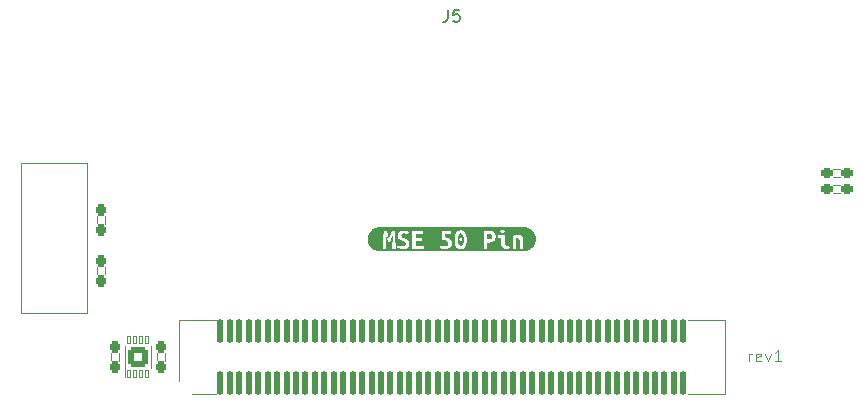
<source format=gto>
G04 #@! TF.GenerationSoftware,KiCad,Pcbnew,8.0.6*
G04 #@! TF.CreationDate,2024-11-07T02:27:15-08:00*
G04 #@! TF.ProjectId,mse-50-ce,6d73652d-3530-42d6-9365-2e6b69636164,1*
G04 #@! TF.SameCoordinates,Original*
G04 #@! TF.FileFunction,Legend,Top*
G04 #@! TF.FilePolarity,Positive*
%FSLAX46Y46*%
G04 Gerber Fmt 4.6, Leading zero omitted, Abs format (unit mm)*
G04 Created by KiCad (PCBNEW 8.0.6) date 2024-11-07 02:27:15*
%MOMM*%
%LPD*%
G01*
G04 APERTURE LIST*
G04 Aperture macros list*
%AMRoundRect*
0 Rectangle with rounded corners*
0 $1 Rounding radius*
0 $2 $3 $4 $5 $6 $7 $8 $9 X,Y pos of 4 corners*
0 Add a 4 corners polygon primitive as box body*
4,1,4,$2,$3,$4,$5,$6,$7,$8,$9,$2,$3,0*
0 Add four circle primitives for the rounded corners*
1,1,$1+$1,$2,$3*
1,1,$1+$1,$4,$5*
1,1,$1+$1,$6,$7*
1,1,$1+$1,$8,$9*
0 Add four rect primitives between the rounded corners*
20,1,$1+$1,$2,$3,$4,$5,0*
20,1,$1+$1,$4,$5,$6,$7,0*
20,1,$1+$1,$6,$7,$8,$9,0*
20,1,$1+$1,$8,$9,$2,$3,0*%
G04 Aperture macros list end*
%ADD10C,0.100000*%
%ADD11C,0.150000*%
%ADD12C,0.120000*%
%ADD13C,0.000000*%
%ADD14C,0.800000*%
%ADD15C,1.200000*%
%ADD16RoundRect,0.125000X0.125000X0.925000X-0.125000X0.925000X-0.125000X-0.925000X0.125000X-0.925000X0*%
%ADD17RoundRect,0.225000X0.225000X-0.275000X0.225000X0.275000X-0.225000X0.275000X-0.225000X-0.275000X0*%
%ADD18RoundRect,0.225000X-0.225000X0.275000X-0.225000X-0.275000X0.225000X-0.275000X0.225000X0.275000X0*%
%ADD19RoundRect,0.225000X-0.275000X-0.225000X0.275000X-0.225000X0.275000X0.225000X-0.275000X0.225000X0*%
%ADD20C,1.700000*%
%ADD21C,4.750000*%
%ADD22C,6.500000*%
%ADD23RoundRect,0.225000X0.275000X0.225000X-0.275000X0.225000X-0.275000X-0.225000X0.275000X-0.225000X0*%
%ADD24RoundRect,0.062500X0.137500X-0.287500X0.137500X0.287500X-0.137500X0.287500X-0.137500X-0.287500X0*%
%ADD25RoundRect,0.265625X0.584375X-0.584375X0.584375X0.584375X-0.584375X0.584375X-0.584375X-0.584375X0*%
%ADD26C,2.300000*%
%ADD27C,2.700000*%
%ADD28C,1.950000*%
G04 APERTURE END LIST*
D10*
X-12357143Y3627581D02*
X-12357143Y4294248D01*
X-12357143Y4103772D02*
X-12309524Y4199010D01*
X-12309524Y4199010D02*
X-12261905Y4246629D01*
X-12261905Y4246629D02*
X-12166667Y4294248D01*
X-12166667Y4294248D02*
X-12071429Y4294248D01*
X-11357143Y3675200D02*
X-11452381Y3627581D01*
X-11452381Y3627581D02*
X-11642857Y3627581D01*
X-11642857Y3627581D02*
X-11738095Y3675200D01*
X-11738095Y3675200D02*
X-11785714Y3770439D01*
X-11785714Y3770439D02*
X-11785714Y4151391D01*
X-11785714Y4151391D02*
X-11738095Y4246629D01*
X-11738095Y4246629D02*
X-11642857Y4294248D01*
X-11642857Y4294248D02*
X-11452381Y4294248D01*
X-11452381Y4294248D02*
X-11357143Y4246629D01*
X-11357143Y4246629D02*
X-11309524Y4151391D01*
X-11309524Y4151391D02*
X-11309524Y4056153D01*
X-11309524Y4056153D02*
X-11785714Y3960915D01*
X-10976190Y4294248D02*
X-10738095Y3627581D01*
X-10738095Y3627581D02*
X-10500000Y4294248D01*
X-9595238Y3627581D02*
X-10166666Y3627581D01*
X-9880952Y3627581D02*
X-9880952Y4627581D01*
X-9880952Y4627581D02*
X-9976190Y4484724D01*
X-9976190Y4484724D02*
X-10071428Y4389486D01*
X-10071428Y4389486D02*
X-10166666Y4341867D01*
D11*
X-37833334Y33395180D02*
X-37833334Y32680895D01*
X-37833334Y32680895D02*
X-37880953Y32538038D01*
X-37880953Y32538038D02*
X-37976191Y32442799D01*
X-37976191Y32442799D02*
X-38119048Y32395180D01*
X-38119048Y32395180D02*
X-38214286Y32395180D01*
X-36880953Y33395180D02*
X-37357143Y33395180D01*
X-37357143Y33395180D02*
X-37404762Y32918990D01*
X-37404762Y32918990D02*
X-37357143Y32966609D01*
X-37357143Y32966609D02*
X-37261905Y33014228D01*
X-37261905Y33014228D02*
X-37023810Y33014228D01*
X-37023810Y33014228D02*
X-36928572Y32966609D01*
X-36928572Y32966609D02*
X-36880953Y32918990D01*
X-36880953Y32918990D02*
X-36833334Y32823752D01*
X-36833334Y32823752D02*
X-36833334Y32585657D01*
X-36833334Y32585657D02*
X-36880953Y32490419D01*
X-36880953Y32490419D02*
X-36928572Y32442799D01*
X-36928572Y32442799D02*
X-37023810Y32395180D01*
X-37023810Y32395180D02*
X-37261905Y32395180D01*
X-37261905Y32395180D02*
X-37357143Y32442799D01*
X-37357143Y32442799D02*
X-37404762Y32490419D01*
D12*
G04 #@! TO.C,J1*
X-60600001Y7100000D02*
X-60600000Y2000000D01*
X-60600001Y7100000D02*
X-57500001Y7100000D01*
X-59500000Y900000D02*
X-57500001Y900000D01*
X-17499999Y7100000D02*
X-14399999Y7100000D01*
X-17499999Y900000D02*
X-14399999Y900000D01*
X-14399999Y7100000D02*
X-14399999Y900000D01*
D10*
G04 #@! TO.C,R3*
X-67549999Y11600000D02*
X-67549999Y11000000D01*
X-66850001Y11000000D02*
X-66850001Y11600000D01*
G04 #@! TO.C,R2*
X-67549999Y15900000D02*
X-67549999Y15300000D01*
X-66850001Y15300000D02*
X-66850001Y15900000D01*
G04 #@! TO.C,C2*
X-5200000Y19949999D02*
X-4600000Y19949999D01*
X-4600000Y19250001D02*
X-5200000Y19250001D01*
G04 #@! TO.C,C1*
X-66399999Y3700000D02*
X-66399999Y4300000D01*
X-65700001Y4300000D02*
X-65700001Y3700000D01*
D13*
G04 #@! TO.C,kibuzzard-672C6777*
G36*
X-34248586Y14431038D02*
G01*
X-34165287Y14390145D01*
X-34111672Y14316539D01*
X-34093800Y14204766D01*
X-34111975Y14086935D01*
X-34166498Y14009693D01*
X-34256765Y13966983D01*
X-34382169Y13952746D01*
X-34503332Y13952746D01*
X-34503332Y14437399D01*
X-34429422Y14443457D01*
X-34355513Y14444669D01*
X-34248586Y14431038D01*
G37*
G36*
X-36640953Y14432855D02*
G01*
X-36561894Y14331987D01*
X-36526218Y14228729D01*
X-36504813Y14098277D01*
X-36497678Y13940630D01*
X-36504813Y13781637D01*
X-36526218Y13650377D01*
X-36561894Y13546850D01*
X-36640953Y13445981D01*
X-36747274Y13413108D01*
X-36749697Y13412359D01*
X-36856926Y13445981D01*
X-36936288Y13546850D01*
X-36972637Y13650377D01*
X-36994447Y13781637D01*
X-37001716Y13940630D01*
X-37000599Y13964863D01*
X-36882977Y13964863D01*
X-36846628Y13852181D01*
X-36747274Y13804927D01*
X-36651555Y13852181D01*
X-36613994Y13964863D01*
X-36651555Y14078756D01*
X-36747274Y14127221D01*
X-36846628Y14078756D01*
X-36882977Y13964863D01*
X-37000599Y13964863D01*
X-36994447Y14098277D01*
X-36972637Y14228729D01*
X-36936288Y14331987D01*
X-36856926Y14432855D01*
X-36749697Y14466478D01*
X-36640953Y14432855D01*
G37*
G36*
X-31337556Y15041407D02*
G01*
X-31235974Y15026339D01*
X-31136358Y15001386D01*
X-31039668Y14966790D01*
X-30946834Y14922883D01*
X-30858751Y14870088D01*
X-30776267Y14808914D01*
X-30700176Y14739949D01*
X-30631212Y14663858D01*
X-30570037Y14581374D01*
X-30517242Y14493291D01*
X-30473335Y14400458D01*
X-30438739Y14303767D01*
X-30413786Y14204151D01*
X-30398718Y14102570D01*
X-30393679Y14000000D01*
X-30398718Y13897430D01*
X-30413786Y13795849D01*
X-30438739Y13696233D01*
X-30473335Y13599542D01*
X-30517242Y13506709D01*
X-30570037Y13418626D01*
X-30631212Y13336142D01*
X-30700176Y13260051D01*
X-30776267Y13191086D01*
X-30858751Y13129912D01*
X-30946834Y13077117D01*
X-31039668Y13033210D01*
X-31136358Y12998614D01*
X-31235974Y12973661D01*
X-31337556Y12958593D01*
X-31440125Y12953554D01*
X-31440327Y12953554D01*
X-32911248Y12953554D01*
X-34503332Y12953554D01*
X-36749697Y12953554D01*
X-38077645Y12953554D01*
X-40837742Y12953554D01*
X-41639842Y12953554D01*
X-42257775Y12953554D01*
X-43357936Y12953554D01*
X-43559875Y12953554D01*
X-43662444Y12958593D01*
X-43764026Y12973661D01*
X-43863642Y12998614D01*
X-43960332Y13033210D01*
X-44053166Y13077117D01*
X-44141249Y13129912D01*
X-44218217Y13186995D01*
X-43357936Y13186995D01*
X-43084107Y13186995D01*
X-43096224Y14352585D01*
X-42919326Y13717690D01*
X-42701232Y13717690D01*
X-42517064Y14352585D01*
X-42531603Y13186995D01*
X-42257775Y13186995D01*
X-42260118Y13269386D01*
X-42105109Y13269386D01*
X-41937904Y13195477D01*
X-41807653Y13165489D01*
X-41639842Y13155493D01*
X-41469810Y13168282D01*
X-41402247Y13186995D01*
X-40837742Y13186995D01*
X-39875707Y13186995D01*
X-39875707Y13233037D01*
X-38482330Y13233037D01*
X-38413267Y13206381D01*
X-38312702Y13180937D01*
X-38196385Y13162763D01*
X-38077645Y13155493D01*
X-37938914Y13164580D01*
X-37818356Y13191842D01*
X-37715973Y13235460D01*
X-37631765Y13293619D01*
X-37520295Y13447496D01*
X-37483946Y13640145D01*
X-37500370Y13780695D01*
X-37549643Y13898627D01*
X-37585832Y13940630D01*
X-37270699Y13940630D01*
X-37262369Y13754645D01*
X-37237379Y13594103D01*
X-37195729Y13459006D01*
X-37137419Y13349354D01*
X-37035104Y13241653D01*
X-36905863Y13177033D01*
X-36749697Y13155493D01*
X-36593531Y13177033D01*
X-36464291Y13241653D01*
X-36361975Y13349354D01*
X-36303665Y13459006D01*
X-36262015Y13594103D01*
X-36237025Y13754645D01*
X-36228695Y13940630D01*
X-36237025Y14125480D01*
X-36262015Y14285036D01*
X-36303665Y14419300D01*
X-36361975Y14528271D01*
X-36464291Y14635299D01*
X-36529318Y14667609D01*
X-34801393Y14667609D01*
X-34801393Y13186995D01*
X-34503332Y13186995D01*
X-34503332Y13693457D01*
X-34396708Y13693457D01*
X-34217522Y13706785D01*
X-34067683Y13746769D01*
X-33947193Y13813409D01*
X-33859013Y13909935D01*
X-33806105Y14039580D01*
X-33788469Y14202342D01*
X-33801892Y14325929D01*
X-33633380Y14325929D01*
X-33633380Y14078756D01*
X-33318356Y14078756D01*
X-33318356Y13659532D01*
X-33313510Y13547456D01*
X-33298970Y13448708D01*
X-33232330Y13292407D01*
X-33106321Y13194265D01*
X-33018174Y13168821D01*
X-32911248Y13160339D01*
X-32762217Y13176090D01*
X-32588954Y13235460D01*
X-32627726Y13475363D01*
X-32758582Y13430533D01*
X-32857936Y13419628D01*
X-32982734Y13469305D01*
X-33020295Y13620759D01*
X-33020295Y14289580D01*
X-32356321Y14289580D01*
X-32356321Y13186995D01*
X-32058259Y13186995D01*
X-32058259Y14081179D01*
X-31989196Y14088449D01*
X-31922557Y14090872D01*
X-31774737Y14020598D01*
X-31747476Y13927908D01*
X-31738389Y13790388D01*
X-31738389Y13186995D01*
X-31440327Y13186995D01*
X-31440327Y13829160D01*
X-31445779Y13940327D01*
X-31462137Y14041195D01*
X-31536046Y14205977D01*
X-31677807Y14312601D01*
X-31778978Y14340771D01*
X-31903170Y14350162D01*
X-32036147Y14345315D01*
X-32158825Y14330775D01*
X-32266963Y14310784D01*
X-32356321Y14289580D01*
X-33020295Y14289580D01*
X-33020295Y14325929D01*
X-33221426Y14325929D01*
X-33633380Y14325929D01*
X-33801892Y14325929D01*
X-33805971Y14363489D01*
X-33858475Y14491519D01*
X-33945981Y14586430D01*
X-34065260Y14651723D01*
X-34070339Y14653069D01*
X-33408017Y14653069D01*
X-33353494Y14514943D01*
X-33221426Y14464055D01*
X-33088146Y14514943D01*
X-33032411Y14653069D01*
X-33088146Y14793619D01*
X-33221426Y14844507D01*
X-33353494Y14793619D01*
X-33408017Y14653069D01*
X-34070339Y14653069D01*
X-34213079Y14690899D01*
X-34389439Y14703958D01*
X-34483946Y14701535D01*
X-34592993Y14695477D01*
X-34703251Y14684572D01*
X-34801393Y14667609D01*
X-36529318Y14667609D01*
X-36593531Y14699515D01*
X-36749697Y14720921D01*
X-36903440Y14699381D01*
X-37031873Y14634760D01*
X-37134996Y14527060D01*
X-37194366Y14417710D01*
X-37236773Y14283522D01*
X-37262217Y14124495D01*
X-37270699Y13940630D01*
X-37585832Y13940630D01*
X-37631765Y13993942D01*
X-37747274Y14066101D01*
X-37896708Y14114567D01*
X-38080069Y14139338D01*
X-38067952Y14277464D01*
X-38055836Y14439822D01*
X-37539681Y14439822D01*
X-37539681Y14686995D01*
X-38305432Y14686995D01*
X-38314519Y14501918D01*
X-38327242Y14310178D01*
X-38344204Y14112985D01*
X-38366014Y13911551D01*
X-38199414Y13906401D01*
X-38067952Y13890953D01*
X-37892266Y13832795D01*
X-37809875Y13743134D01*
X-37789277Y13628029D01*
X-37801393Y13548061D01*
X-37846224Y13478998D01*
X-37935884Y13429321D01*
X-38080069Y13409935D01*
X-38193356Y13415388D01*
X-38286046Y13431745D01*
X-38421749Y13480210D01*
X-38482330Y13233037D01*
X-39875707Y13233037D01*
X-39875707Y13434168D01*
X-40539681Y13434168D01*
X-40539681Y13855816D01*
X-40008986Y13855816D01*
X-40008986Y14102989D01*
X-40539681Y14102989D01*
X-40539681Y14439822D01*
X-39929019Y14439822D01*
X-39929019Y14686995D01*
X-40837742Y14686995D01*
X-40837742Y13186995D01*
X-41402247Y13186995D01*
X-41331280Y13206651D01*
X-41224253Y13270598D01*
X-41121567Y13409632D01*
X-41087338Y13596527D01*
X-41097637Y13709511D01*
X-41128534Y13801292D01*
X-41233946Y13936995D01*
X-41374495Y14024233D01*
X-41521103Y14083603D01*
X-41614398Y14119952D01*
X-41699212Y14164782D01*
X-41761006Y14222940D01*
X-41785238Y14299273D01*
X-41758852Y14394857D01*
X-41679692Y14452208D01*
X-41547758Y14471325D01*
X-41376918Y14447092D01*
X-41242427Y14388934D01*
X-41155190Y14619144D01*
X-41328453Y14689418D01*
X-41440226Y14713045D01*
X-41569568Y14720921D01*
X-41718060Y14707728D01*
X-41843666Y14668148D01*
X-41946385Y14602181D01*
X-42049071Y14460420D01*
X-42083300Y14272617D01*
X-42044527Y14094507D01*
X-41946385Y13974556D01*
X-41814317Y13894588D01*
X-41673768Y13838853D01*
X-41571991Y13796446D01*
X-41479907Y13745557D01*
X-41412056Y13681341D01*
X-41385400Y13598950D01*
X-41396305Y13527464D01*
X-41436288Y13464459D01*
X-41515044Y13420840D01*
X-41639842Y13405089D01*
X-41760703Y13413570D01*
X-41861571Y13439015D01*
X-42017872Y13511712D01*
X-42105109Y13269386D01*
X-42260118Y13269386D01*
X-42263227Y13378736D01*
X-42269891Y13566236D01*
X-42278069Y13751010D01*
X-42288065Y13934572D01*
X-42300182Y14118437D01*
X-42314721Y14304120D01*
X-42330775Y14493134D01*
X-42347435Y14686995D01*
X-42594608Y14686995D01*
X-42638227Y14558562D01*
X-42691539Y14392569D01*
X-42752120Y14208401D01*
X-42812702Y14023021D01*
X-42868437Y14197496D01*
X-42926595Y14384087D01*
X-42981119Y14556139D01*
X-43023526Y14686995D01*
X-43270699Y14686995D01*
X-43286753Y14522819D01*
X-43300989Y14345315D01*
X-43313409Y14158118D01*
X-43324011Y13964863D01*
X-43333401Y13767973D01*
X-43342185Y13569871D01*
X-43350363Y13374798D01*
X-43357936Y13186995D01*
X-44218217Y13186995D01*
X-44223733Y13191086D01*
X-44299824Y13260051D01*
X-44368788Y13336142D01*
X-44429963Y13418626D01*
X-44482758Y13506709D01*
X-44526665Y13599542D01*
X-44561261Y13696233D01*
X-44586214Y13795849D01*
X-44601282Y13897430D01*
X-44606321Y14000000D01*
X-44601282Y14102570D01*
X-44586214Y14204151D01*
X-44561261Y14303767D01*
X-44526665Y14400458D01*
X-44482758Y14493291D01*
X-44429963Y14581374D01*
X-44368788Y14663858D01*
X-44299824Y14739949D01*
X-44223733Y14808914D01*
X-44141249Y14870088D01*
X-44053166Y14922883D01*
X-43960332Y14966790D01*
X-43863642Y15001386D01*
X-43764026Y15026339D01*
X-43662444Y15041407D01*
X-43559875Y15046446D01*
X-43357936Y15046446D01*
X-31440327Y15046446D01*
X-31440125Y15046446D01*
X-31337556Y15041407D01*
G37*
D10*
G04 #@! TO.C,R4*
X-5200000Y17850001D02*
X-4600000Y17850001D01*
X-4600000Y18549999D02*
X-5200000Y18549999D01*
G04 #@! TO.C,R1*
X-62499999Y4300000D02*
X-62499999Y3700000D01*
X-61800001Y3700000D02*
X-61800001Y4300000D01*
G04 #@! TO.C,U1*
X-65200000Y2300000D02*
X-65200000Y4950000D01*
X-63000000Y4950000D02*
X-63000000Y3050000D01*
G04 #@! TO.C,J3*
X-73970000Y20440000D02*
X-68370000Y20440000D01*
X-68370000Y7770000D01*
X-73970000Y7770000D01*
X-73970000Y20440000D01*
G04 #@! TD*
%LPC*%
D14*
G04 #@! TO.C,J1*
X-15400000Y4000000D03*
D15*
X-59600000Y4000000D03*
D16*
X-57100000Y1800000D03*
X-57100000Y6200000D03*
X-56300000Y1800001D03*
X-56300000Y6199999D03*
X-55500000Y1800000D03*
X-55500000Y6200000D03*
X-54700001Y1800000D03*
X-54700001Y6200000D03*
X-53900000Y1800000D03*
X-53900000Y6200000D03*
X-53100000Y1800000D03*
X-53100000Y6200000D03*
X-52299999Y1800000D03*
X-52299999Y6200000D03*
X-51500000Y1800000D03*
X-51500000Y6200000D03*
X-50700000Y1800001D03*
X-50700000Y6199999D03*
X-49900000Y1800000D03*
X-49900000Y6200000D03*
X-49100000Y1800000D03*
X-49100000Y6200000D03*
X-48300000Y1800000D03*
X-48300000Y6200000D03*
X-47500000Y1800000D03*
X-47500000Y6200000D03*
X-46699999Y1800000D03*
X-46699999Y6200000D03*
X-45900000Y1800000D03*
X-45900000Y6200000D03*
X-45100000Y1800001D03*
X-45100000Y6199999D03*
X-44300000Y1800000D03*
X-44300000Y6200000D03*
X-43500000Y1800000D03*
X-43500000Y6200000D03*
X-42700000Y1800000D03*
X-42700000Y6200000D03*
X-41900000Y1800000D03*
X-41900000Y6200000D03*
X-41099999Y1800000D03*
X-41099999Y6200000D03*
X-40300000Y1800000D03*
X-40300000Y6200000D03*
X-39500000Y1800001D03*
X-39500000Y6199999D03*
X-38700000Y1800000D03*
X-38700000Y6200000D03*
X-37900000Y1800000D03*
X-37900000Y6200000D03*
X-37100000Y1800000D03*
X-37100000Y6200000D03*
X-36300000Y1800000D03*
X-36300000Y6200000D03*
X-35500000Y1800001D03*
X-35500000Y6199999D03*
X-34700000Y1800000D03*
X-34700000Y6200000D03*
X-33900001Y1800000D03*
X-33900001Y6200000D03*
X-33100000Y1800000D03*
X-33100000Y6200000D03*
X-32300000Y1800000D03*
X-32300000Y6200000D03*
X-31500000Y1800000D03*
X-31500000Y6200000D03*
X-30700000Y1800000D03*
X-30700000Y6200000D03*
X-29900000Y1800001D03*
X-29900000Y6199999D03*
X-29100000Y1800000D03*
X-29100000Y6200000D03*
X-28300001Y1800000D03*
X-28300001Y6200000D03*
X-27500000Y1800000D03*
X-27500000Y6200000D03*
X-26700000Y1800000D03*
X-26700000Y6200000D03*
X-25900000Y1800000D03*
X-25900000Y6200000D03*
X-25100000Y1800000D03*
X-25100000Y6200000D03*
X-24300000Y1800001D03*
X-24300000Y6199999D03*
X-23500000Y1800000D03*
X-23500000Y6200000D03*
X-22700001Y1800000D03*
X-22700001Y6200000D03*
X-21900000Y1800000D03*
X-21900000Y6200000D03*
X-21100000Y1800000D03*
X-21100000Y6200000D03*
X-20299999Y1800000D03*
X-20299999Y6200000D03*
X-19500000Y1800000D03*
X-19500000Y6200000D03*
X-18700000Y1800001D03*
X-18700000Y6199999D03*
X-17900000Y1800000D03*
X-17900000Y6200000D03*
G04 #@! TD*
D17*
G04 #@! TO.C,R3*
X-67200000Y10450000D03*
X-67200000Y12150000D03*
G04 #@! TD*
D18*
G04 #@! TO.C,R2*
X-67200000Y16450000D03*
X-67200000Y14750000D03*
G04 #@! TD*
D19*
G04 #@! TO.C,C2*
X-5750000Y19600000D03*
X-4050000Y19600000D03*
G04 #@! TD*
D20*
G04 #@! TO.C,J5*
X-63420000Y23855000D03*
X-61260000Y23855000D03*
X-59100000Y23855000D03*
X-56940000Y23855000D03*
X-54780000Y23855000D03*
X-52620000Y23855000D03*
X-50460000Y23855000D03*
X-48300000Y23855000D03*
X-46140000Y23855000D03*
X-43980000Y23855000D03*
X-41820000Y23855000D03*
X-39660000Y23855000D03*
X-37500000Y23855000D03*
X-35340000Y23855000D03*
X-33180000Y23855000D03*
X-31020000Y23855000D03*
X-28860000Y23855000D03*
X-26700000Y23855000D03*
X-24540000Y23855000D03*
X-22380000Y23855000D03*
X-20220000Y23855000D03*
X-18060000Y23855000D03*
X-15900000Y23855000D03*
X-13740000Y23855000D03*
X-11580000Y23855000D03*
X-63420000Y28145000D03*
X-61260000Y28145000D03*
X-59100000Y28145000D03*
X-56940000Y28145000D03*
X-54780000Y28145000D03*
X-52620000Y28145000D03*
X-50460000Y28145000D03*
X-48300000Y28145000D03*
X-46140000Y28145000D03*
X-43980000Y28145000D03*
X-41820000Y28145000D03*
X-39660000Y28145000D03*
X-37500000Y28145000D03*
X-35340000Y28145000D03*
X-33180000Y28145000D03*
X-31020000Y28145000D03*
X-28860000Y28145000D03*
X-26700000Y28145000D03*
X-24540000Y28145000D03*
X-22380000Y28145000D03*
X-20220000Y28145000D03*
X-18060000Y28145000D03*
X-15900000Y28145000D03*
X-13740000Y28145000D03*
X-11580000Y28145000D03*
D21*
X-75000Y26000000D03*
X-74925000Y26000000D03*
G04 #@! TD*
D17*
G04 #@! TO.C,C1*
X-66050000Y3150000D03*
X-66050000Y4850000D03*
G04 #@! TD*
D22*
G04 #@! TO.C,H4*
X-4000000Y4000000D03*
G04 #@! TD*
D23*
G04 #@! TO.C,R4*
X-4050000Y18200000D03*
X-5750000Y18200000D03*
G04 #@! TD*
D17*
G04 #@! TO.C,R1*
X-62150000Y3150000D03*
X-62150000Y4850000D03*
G04 #@! TD*
D24*
G04 #@! TO.C,U1*
X-64850001Y2600000D03*
X-64350000Y2600000D03*
X-63850000Y2600000D03*
X-63349999Y2600000D03*
X-63349999Y5400000D03*
X-63850000Y5400000D03*
X-64350000Y5400000D03*
X-64850001Y5400000D03*
D25*
X-64100000Y4000000D03*
G04 #@! TD*
D26*
G04 #@! TO.C,J3*
X-72440000Y10870000D03*
D27*
X-69900000Y17340000D03*
D28*
X-72440000Y16010000D03*
X-69900000Y14740000D03*
X-72440000Y13470000D03*
X-69900000Y12200000D03*
G04 #@! TD*
D22*
G04 #@! TO.C,H3*
X-71000000Y4000000D03*
G04 #@! TD*
G36*
X-56961Y17330315D02*
G01*
X-11206Y17277511D01*
X0Y17226000D01*
X0Y8274000D01*
X-19685Y8206961D01*
X-72489Y8161206D01*
X-124000Y8150000D01*
X-2376000Y8150000D01*
X-2443039Y8169685D01*
X-2488794Y8222489D01*
X-2500000Y8274000D01*
X-2500000Y17226000D01*
X-2480315Y17293039D01*
X-2427511Y17338794D01*
X-2376000Y17350000D01*
X-124000Y17350000D01*
X-56961Y17330315D01*
G37*
%LPD*%
M02*

</source>
